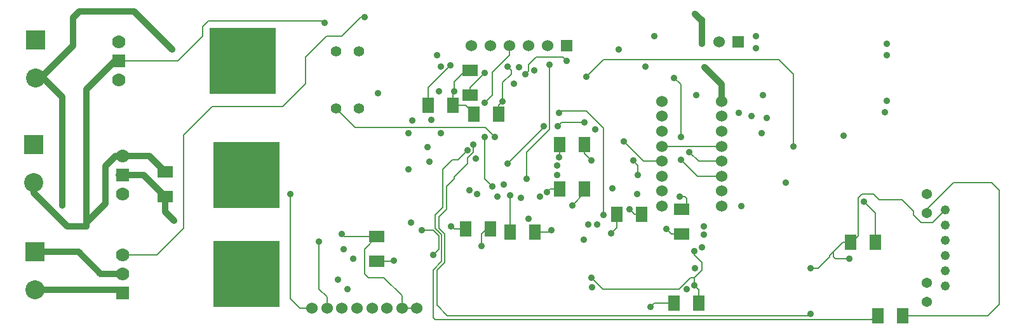
<source format=gbl>
G04 (created by PCBNEW-RS274X (2012-01-19 BZR 3256)-stable) date 10/27/2012 1:23:42 PM*
G01*
G70*
G90*
%MOIN*%
G04 Gerber Fmt 3.4, Leading zero omitted, Abs format*
%FSLAX34Y34*%
G04 APERTURE LIST*
%ADD10C,0.006000*%
%ADD11R,0.070000X0.070000*%
%ADD12C,0.070000*%
%ADD13R,0.350000X0.350000*%
%ADD14R,0.060000X0.080000*%
%ADD15R,0.080000X0.060000*%
%ADD16R,0.060000X0.060000*%
%ADD17C,0.060000*%
%ADD18C,0.055000*%
%ADD19R,0.100000X0.100000*%
%ADD20C,0.100000*%
%ADD21C,0.054000*%
%ADD22C,0.049000*%
%ADD23C,0.035000*%
%ADD24C,0.034000*%
%ADD25C,0.007000*%
G04 APERTURE END LIST*
G54D10*
G54D11*
X36200Y-45700D03*
G54D12*
X36200Y-43700D03*
X36200Y-44700D03*
G54D13*
X42700Y-44700D03*
G54D14*
X52250Y-35850D03*
X53550Y-35850D03*
X66450Y-46250D03*
X65150Y-46250D03*
G54D15*
X65550Y-42600D03*
X65550Y-41300D03*
G54D14*
X55950Y-36300D03*
X54650Y-36300D03*
X74400Y-43050D03*
X75700Y-43050D03*
X59125Y-37900D03*
X60425Y-37900D03*
G54D15*
X54450Y-35300D03*
X54450Y-34000D03*
G54D14*
X59150Y-40250D03*
X60450Y-40250D03*
X55500Y-42350D03*
X54200Y-42350D03*
X56550Y-42525D03*
X57850Y-42525D03*
X62125Y-41575D03*
X63425Y-41575D03*
G54D15*
X49550Y-42750D03*
X49550Y-44050D03*
X38450Y-40650D03*
X38450Y-39350D03*
G54D16*
X68500Y-32500D03*
G54D17*
X67500Y-32500D03*
G54D16*
X59500Y-32700D03*
G54D17*
X58500Y-32700D03*
X57500Y-32700D03*
X56500Y-32700D03*
X55500Y-32700D03*
X54500Y-32700D03*
G54D13*
X42500Y-33500D03*
G54D12*
X36000Y-32500D03*
G54D11*
X36000Y-33500D03*
G54D12*
X36000Y-34500D03*
G54D13*
X42700Y-39500D03*
G54D12*
X36200Y-38500D03*
G54D11*
X36200Y-39500D03*
G54D12*
X36200Y-40500D03*
G54D18*
X47409Y-36000D03*
X48591Y-36000D03*
X47409Y-33000D03*
X48591Y-33000D03*
G54D17*
X64500Y-38787D03*
X64500Y-38000D03*
X64500Y-39575D03*
X64500Y-37213D03*
X64500Y-36425D03*
X64500Y-40362D03*
X64500Y-35638D03*
X64500Y-41150D03*
X67650Y-38787D03*
X67650Y-38000D03*
X67650Y-39575D03*
X67650Y-37213D03*
X67650Y-36425D03*
X67650Y-40362D03*
X67650Y-35638D03*
X67650Y-41150D03*
G54D14*
X75850Y-46900D03*
X77150Y-46900D03*
G54D17*
X49287Y-46500D03*
X48500Y-46500D03*
X50075Y-46500D03*
X47713Y-46500D03*
X46925Y-46500D03*
X50862Y-46500D03*
X46138Y-46500D03*
X51650Y-46500D03*
G54D19*
X31600Y-43550D03*
G54D20*
X31600Y-45550D03*
G54D19*
X31650Y-32400D03*
G54D20*
X31650Y-34400D03*
G54D19*
X31550Y-37900D03*
G54D20*
X31550Y-39900D03*
G54D21*
X78400Y-40500D03*
X78400Y-41500D03*
X78400Y-45180D03*
X78400Y-46180D03*
G54D22*
X79370Y-41340D03*
X79370Y-42140D03*
X79370Y-42940D03*
X79370Y-43740D03*
X79370Y-44540D03*
X79370Y-45340D03*
G54D23*
X47800Y-43400D03*
X69750Y-37300D03*
X61000Y-37100D03*
X52800Y-35100D03*
X68550Y-36250D03*
X66600Y-32600D03*
X66750Y-33850D03*
X66250Y-31050D03*
X71400Y-38000D03*
X60550Y-34350D03*
X58600Y-33700D03*
X57400Y-39700D03*
X55600Y-40100D03*
X55200Y-37500D03*
X55200Y-35700D03*
X45000Y-40500D03*
X34300Y-42200D03*
X60850Y-45400D03*
X48000Y-45500D03*
X59000Y-39520D03*
X64750Y-42350D03*
X53450Y-42200D03*
X76200Y-36200D03*
X54740Y-38660D03*
X59800Y-41100D03*
X64100Y-32200D03*
X74040Y-37460D03*
X76300Y-35600D03*
X59020Y-39020D03*
X60800Y-38750D03*
X68680Y-41160D03*
X52200Y-38040D03*
X57100Y-40700D03*
X51400Y-36650D03*
X52920Y-37320D03*
X57020Y-33840D03*
X55880Y-40660D03*
X62800Y-41300D03*
X76300Y-33200D03*
X63900Y-46450D03*
X48300Y-43900D03*
X51200Y-39200D03*
X46800Y-31500D03*
X53600Y-35100D03*
X76300Y-32600D03*
X61900Y-40200D03*
X58120Y-40660D03*
X58700Y-42400D03*
X66240Y-44400D03*
X52400Y-36600D03*
X50450Y-44000D03*
X75100Y-40900D03*
X56750Y-34700D03*
X52700Y-33200D03*
X57350Y-34200D03*
X59500Y-33500D03*
X69800Y-35300D03*
X54400Y-40300D03*
X56200Y-40000D03*
X66300Y-35300D03*
X70000Y-36500D03*
X54800Y-40500D03*
X62500Y-37750D03*
X57500Y-41800D03*
X69200Y-36400D03*
X38800Y-32900D03*
X33050Y-41100D03*
X48900Y-31200D03*
X54300Y-38200D03*
X54600Y-37900D03*
X72300Y-46800D03*
X63650Y-33800D03*
X57800Y-34000D03*
X59100Y-36250D03*
X61450Y-41600D03*
X65500Y-37500D03*
X65150Y-34400D03*
X65500Y-38700D03*
X59050Y-36950D03*
X58300Y-36950D03*
X56400Y-38900D03*
X60450Y-36750D03*
X65950Y-38300D03*
X55750Y-37500D03*
X65450Y-40650D03*
X66200Y-45300D03*
X60800Y-44900D03*
X66200Y-43500D03*
X52500Y-43700D03*
X51900Y-42400D03*
X46500Y-43000D03*
X63250Y-39500D03*
X63000Y-38750D03*
X66700Y-42200D03*
X61100Y-42100D03*
X66701Y-42642D03*
X60648Y-42120D03*
X63200Y-40500D03*
X47500Y-45000D03*
X59100Y-38575D03*
X55200Y-34150D03*
X52900Y-33800D03*
X52300Y-38800D03*
X66600Y-43300D03*
X51350Y-42000D03*
X65800Y-45500D03*
X62250Y-32900D03*
X72300Y-44400D03*
X74350Y-43900D03*
X69450Y-32850D03*
X47700Y-42600D03*
X71000Y-39900D03*
X61825Y-42575D03*
X56550Y-40575D03*
X58475Y-40400D03*
X69450Y-32200D03*
X56150Y-35650D03*
X38900Y-41900D03*
X49600Y-35200D03*
X53400Y-33750D03*
X56400Y-33800D03*
X51200Y-37300D03*
X60400Y-42900D03*
X55050Y-43250D03*
G54D24*
X66550Y-31350D02*
X66250Y-31050D01*
X66600Y-31350D02*
X66550Y-31350D01*
X67650Y-34750D02*
X66750Y-33850D01*
X66600Y-32600D02*
X66600Y-31350D01*
X67650Y-35638D02*
X67650Y-34750D01*
G54D25*
X70650Y-33450D02*
X71400Y-34200D01*
X60550Y-34350D02*
X61450Y-33450D01*
X71400Y-34200D02*
X71400Y-38000D01*
X61450Y-33450D02*
X70650Y-33450D01*
X58600Y-37100D02*
X58600Y-33700D01*
X57400Y-38300D02*
X58600Y-37100D01*
X57400Y-39700D02*
X57400Y-38300D01*
X56500Y-33200D02*
X56500Y-32700D01*
X55600Y-34100D02*
X56500Y-33200D01*
X55200Y-35700D02*
X55600Y-35300D01*
X55600Y-35300D02*
X55600Y-34100D01*
X55200Y-39700D02*
X55200Y-37500D01*
X55600Y-40100D02*
X55200Y-39700D01*
X46138Y-46500D02*
X45500Y-46500D01*
X45000Y-46000D02*
X45000Y-40500D01*
X45500Y-46500D02*
X45000Y-46000D01*
X53550Y-35150D02*
X53550Y-35850D01*
G54D24*
X35800Y-33500D02*
X36000Y-33500D01*
X35300Y-39050D02*
X35300Y-41000D01*
X34300Y-42000D02*
X34300Y-42200D01*
X34300Y-42200D02*
X34300Y-38100D01*
G54D25*
X54200Y-34000D02*
X53600Y-34600D01*
X60450Y-40250D02*
X60450Y-40450D01*
G54D24*
X37600Y-38500D02*
X38450Y-39350D01*
G54D25*
X40400Y-32200D02*
X40400Y-31700D01*
X36000Y-33500D02*
X39100Y-33500D01*
X64100Y-46250D02*
X63900Y-46450D01*
G54D24*
X36200Y-38500D02*
X35850Y-38500D01*
G54D25*
X58575Y-42525D02*
X58700Y-42400D01*
X40700Y-31400D02*
X46700Y-31400D01*
G54D24*
X36200Y-38500D02*
X37600Y-38500D01*
G54D25*
X54450Y-34000D02*
X54200Y-34000D01*
X65550Y-42600D02*
X65000Y-42600D01*
X53550Y-35150D02*
X53600Y-35100D01*
X54200Y-42350D02*
X53600Y-42350D01*
X63075Y-41575D02*
X62800Y-41300D01*
G54D24*
X35300Y-41000D02*
X34300Y-42000D01*
G54D25*
X60425Y-37900D02*
X60425Y-38375D01*
G54D24*
X35850Y-38500D02*
X35300Y-39050D01*
G54D25*
X60425Y-38375D02*
X60800Y-38750D01*
G54D24*
X33300Y-42200D02*
X34300Y-42200D01*
G54D25*
X53550Y-35850D02*
X54200Y-35850D01*
X75700Y-41500D02*
X75100Y-40900D01*
X53600Y-34600D02*
X53600Y-35100D01*
X63425Y-41575D02*
X63075Y-41575D01*
G54D24*
X34300Y-38100D02*
X34300Y-35000D01*
G54D25*
X54200Y-35850D02*
X54650Y-36300D01*
X57850Y-42525D02*
X58575Y-42525D01*
G54D24*
X31550Y-39900D02*
X31550Y-40450D01*
X31550Y-40450D02*
X33300Y-42200D01*
G54D25*
X46700Y-31400D02*
X46800Y-31500D01*
X50400Y-44050D02*
X50450Y-44000D01*
G54D24*
X31600Y-45550D02*
X36050Y-45550D01*
X36050Y-45550D02*
X36200Y-45700D01*
G54D25*
X53600Y-42350D02*
X53450Y-42200D01*
X49550Y-44050D02*
X50400Y-44050D01*
G54D24*
X34300Y-42200D02*
X34300Y-41200D01*
G54D25*
X60450Y-40450D02*
X59800Y-41100D01*
X65150Y-46250D02*
X64100Y-46250D01*
X39100Y-33500D02*
X40400Y-32200D01*
X75700Y-43050D02*
X75700Y-41500D01*
X65000Y-42600D02*
X64750Y-42350D01*
X40400Y-31700D02*
X40700Y-31400D01*
G54D24*
X34300Y-35000D02*
X35800Y-33500D01*
G54D25*
X57350Y-34200D02*
X57500Y-34050D01*
X59300Y-33300D02*
X59500Y-33500D01*
X57500Y-34050D02*
X57500Y-33700D01*
X57500Y-33700D02*
X57900Y-33300D01*
X57900Y-33300D02*
X59300Y-33300D01*
X63537Y-38787D02*
X62500Y-37750D01*
X64500Y-38787D02*
X63537Y-38787D01*
G54D24*
X36800Y-30900D02*
X38800Y-32900D01*
X31650Y-34400D02*
X31900Y-34400D01*
X33600Y-31250D02*
X33950Y-30900D01*
X33950Y-30900D02*
X36800Y-30900D01*
X33600Y-32700D02*
X33600Y-31250D01*
X31900Y-34400D02*
X33600Y-32700D01*
X31650Y-34400D02*
X32050Y-34400D01*
X33050Y-35400D02*
X33050Y-41100D01*
X31600Y-43550D02*
X33900Y-43550D01*
X32050Y-34400D02*
X33050Y-35400D01*
X35050Y-44700D02*
X36200Y-44700D01*
X33900Y-43550D02*
X35050Y-44700D01*
G54D25*
X45800Y-33300D02*
X46900Y-32200D01*
X47700Y-32200D02*
X48700Y-31200D01*
X38000Y-43700D02*
X39400Y-42300D01*
X40900Y-35900D02*
X44600Y-35900D01*
X36200Y-43700D02*
X38000Y-43700D01*
X39400Y-42300D02*
X39400Y-37400D01*
X39400Y-37400D02*
X40900Y-35900D01*
X48700Y-31200D02*
X48900Y-31200D01*
X46900Y-32200D02*
X47700Y-32200D01*
X44600Y-35900D02*
X45800Y-34700D01*
X45800Y-34700D02*
X45800Y-33300D01*
X82200Y-40300D02*
X81800Y-39900D01*
X79800Y-39900D02*
X78400Y-41300D01*
X77150Y-46900D02*
X81600Y-46900D01*
X78400Y-41300D02*
X78400Y-41500D01*
X81800Y-39900D02*
X79800Y-39900D01*
X82200Y-46300D02*
X82200Y-40300D01*
X81600Y-46900D02*
X82200Y-46300D01*
X75500Y-47100D02*
X75400Y-47100D01*
X52600Y-47100D02*
X75400Y-47100D01*
X52942Y-44058D02*
X52500Y-44500D01*
X52500Y-44500D02*
X52500Y-47000D01*
X75700Y-46900D02*
X75500Y-47100D01*
X52600Y-41600D02*
X52600Y-42300D01*
X53800Y-38700D02*
X53500Y-38700D01*
X75850Y-46900D02*
X75700Y-46900D01*
X54300Y-38200D02*
X53800Y-38700D01*
X52600Y-42300D02*
X52942Y-42642D01*
X52942Y-42642D02*
X52942Y-44058D01*
X53000Y-41200D02*
X52600Y-41600D01*
X53000Y-39200D02*
X53000Y-41200D01*
X53500Y-38700D02*
X53000Y-39200D01*
X52500Y-47000D02*
X52600Y-47100D01*
X52800Y-42300D02*
X53100Y-42600D01*
X52700Y-44500D02*
X52700Y-46358D01*
X53242Y-46900D02*
X72000Y-46900D01*
X72200Y-46900D02*
X72300Y-46800D01*
X52800Y-41700D02*
X52800Y-42300D01*
X53100Y-42600D02*
X53100Y-44100D01*
X53200Y-40100D02*
X53200Y-41300D01*
X54600Y-38300D02*
X54300Y-38600D01*
X53600Y-39700D02*
X53200Y-40100D01*
X54600Y-37900D02*
X54600Y-38300D01*
X53600Y-39600D02*
X53600Y-39700D01*
X54300Y-38600D02*
X54300Y-38900D01*
X52700Y-46358D02*
X53242Y-46900D01*
X54300Y-38900D02*
X53600Y-39600D01*
X53100Y-44100D02*
X52700Y-44500D01*
X72000Y-46900D02*
X72200Y-46900D01*
X53200Y-41300D02*
X52800Y-41700D01*
X59100Y-36250D02*
X59200Y-36150D01*
X59200Y-36150D02*
X60550Y-36150D01*
X61450Y-39850D02*
X61450Y-41600D01*
X61450Y-37050D02*
X61450Y-39850D01*
X60550Y-36150D02*
X61450Y-37050D01*
X65150Y-34400D02*
X65500Y-34750D01*
X66375Y-39575D02*
X67650Y-39575D01*
X65500Y-34750D02*
X65500Y-37500D01*
X65500Y-38700D02*
X66375Y-39575D01*
X58300Y-37000D02*
X58300Y-36950D01*
X59050Y-36950D02*
X59250Y-36750D01*
X65950Y-38300D02*
X66437Y-38787D01*
X56400Y-38900D02*
X58300Y-37000D01*
X59250Y-36750D02*
X60450Y-36750D01*
X66437Y-38787D02*
X67650Y-38787D01*
X55250Y-37000D02*
X48409Y-37000D01*
X55750Y-37500D02*
X55250Y-37000D01*
X48409Y-37000D02*
X47409Y-36000D01*
X65800Y-41050D02*
X65550Y-41300D01*
X65700Y-40650D02*
X65800Y-40750D01*
X65450Y-40650D02*
X65700Y-40650D01*
X65800Y-40750D02*
X65800Y-41050D01*
X66450Y-46250D02*
X66450Y-45550D01*
X66450Y-45550D02*
X66200Y-45300D01*
X65400Y-45500D02*
X66000Y-44900D01*
X66600Y-44100D02*
X66200Y-43700D01*
X61400Y-45500D02*
X60800Y-44900D01*
X66200Y-44900D02*
X66600Y-44500D01*
X61600Y-45500D02*
X61400Y-45500D01*
X66600Y-44500D02*
X66600Y-44100D01*
X66200Y-43700D02*
X66200Y-43500D01*
X66000Y-44900D02*
X66200Y-44900D01*
X66200Y-44900D02*
X66200Y-45300D01*
X61600Y-45500D02*
X65400Y-45500D01*
X52800Y-43400D02*
X52500Y-43700D01*
X51900Y-42400D02*
X52500Y-42400D01*
X52500Y-42400D02*
X52800Y-42700D01*
X52800Y-42700D02*
X52800Y-43400D01*
X46925Y-46500D02*
X46925Y-45925D01*
X46925Y-45925D02*
X46500Y-45500D01*
X46500Y-45500D02*
X46500Y-43000D01*
X63000Y-38750D02*
X63250Y-39000D01*
X63250Y-39000D02*
X63250Y-39500D01*
X64500Y-38000D02*
X67650Y-38000D01*
X74800Y-40700D02*
X75000Y-40500D01*
X75900Y-40800D02*
X77100Y-40800D01*
X75600Y-40500D02*
X75900Y-40800D01*
G54D24*
X36000Y-39500D02*
X36200Y-39500D01*
G54D25*
X75000Y-40500D02*
X75600Y-40500D01*
X56400Y-33800D02*
X56600Y-34000D01*
X77700Y-41600D02*
X78100Y-42000D01*
X74400Y-43050D02*
X74000Y-43050D01*
X78100Y-42000D02*
X78710Y-42000D01*
X73300Y-43750D02*
X73300Y-43800D01*
X77700Y-41400D02*
X77700Y-41600D01*
X55050Y-42600D02*
X55050Y-43250D01*
X58625Y-40250D02*
X58475Y-40400D01*
X74450Y-43050D02*
X74800Y-42700D01*
X77100Y-40800D02*
X77700Y-41400D01*
X56600Y-34000D02*
X56600Y-34200D01*
X78710Y-42000D02*
X79370Y-41340D01*
X62125Y-41575D02*
X62125Y-42275D01*
X73500Y-43550D02*
X73300Y-43750D01*
X59100Y-38575D02*
X59125Y-38550D01*
X74350Y-43900D02*
X73600Y-43900D01*
X74000Y-43050D02*
X73500Y-43550D01*
X50862Y-45862D02*
X49900Y-44900D01*
X55300Y-42350D02*
X55050Y-42600D01*
X52250Y-35850D02*
X52250Y-34900D01*
X55500Y-42350D02*
X55300Y-42350D01*
X74400Y-43050D02*
X74450Y-43050D01*
X74800Y-42700D02*
X74800Y-40700D01*
X72700Y-44400D02*
X72300Y-44400D01*
X55950Y-36300D02*
X55950Y-35850D01*
X62125Y-42275D02*
X61825Y-42575D01*
X54450Y-34900D02*
X54450Y-35300D01*
X49100Y-44900D02*
X48900Y-44700D01*
X51650Y-46500D02*
X50862Y-46500D01*
X50862Y-46500D02*
X50862Y-45862D01*
X52250Y-34900D02*
X53400Y-33750D01*
X55950Y-35850D02*
X56150Y-35650D01*
G54D24*
X36200Y-39500D02*
X37300Y-39500D01*
X38450Y-41450D02*
X38900Y-41900D01*
G54D25*
X59150Y-40250D02*
X58625Y-40250D01*
X48900Y-43400D02*
X49550Y-42750D01*
X55200Y-34150D02*
X54450Y-34900D01*
G54D24*
X38450Y-40650D02*
X38450Y-41450D01*
G54D25*
X48900Y-44700D02*
X48900Y-43400D01*
X73600Y-43900D02*
X73500Y-43800D01*
X49550Y-42750D02*
X47850Y-42750D01*
X59125Y-38550D02*
X59125Y-37900D01*
X56550Y-42525D02*
X56550Y-40575D01*
X73300Y-43800D02*
X72700Y-44400D01*
X47850Y-42750D02*
X47700Y-42600D01*
X73500Y-43800D02*
X73500Y-43550D01*
X56150Y-34650D02*
X56150Y-35650D01*
X49900Y-44900D02*
X49100Y-44900D01*
G54D24*
X37300Y-39500D02*
X38450Y-40650D01*
G54D25*
X56600Y-34200D02*
X56150Y-34650D01*
M02*

</source>
